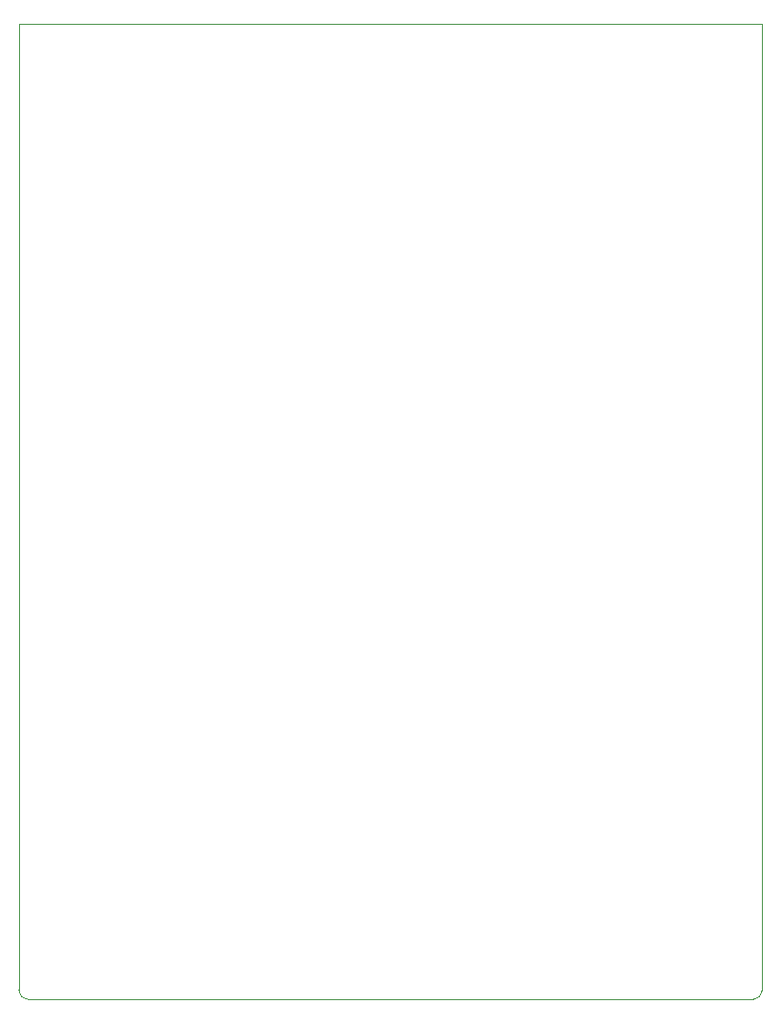
<source format=gbr>
%TF.GenerationSoftware,KiCad,Pcbnew,9.0.5*%
%TF.CreationDate,2026-01-12T16:44:52+01:00*%
%TF.ProjectId,ZumoComSystem,5a756d6f-436f-46d5-9379-7374656d2e6b,V1.2*%
%TF.SameCoordinates,Original*%
%TF.FileFunction,Profile,NP*%
%FSLAX45Y45*%
G04 Gerber Fmt 4.5, Leading zero omitted, Abs format (unit mm)*
G04 Created by KiCad (PCBNEW 9.0.5) date 2026-01-12 16:44:52*
%MOMM*%
%LPD*%
G01*
G04 APERTURE LIST*
%TA.AperFunction,Profile*%
%ADD10C,0.050000*%
%TD*%
G04 APERTURE END LIST*
D10*
X18000000Y-14370000D02*
X18000000Y-5800000D01*
X11480000Y-14450000D02*
X17920000Y-14450000D01*
X11400000Y-5800000D02*
X18000000Y-5800000D01*
X18000000Y-14370000D02*
G75*
G02*
X17920000Y-14450000I-80000J0D01*
G01*
X11400000Y-5800000D02*
X11400000Y-14370000D01*
X11480000Y-14450000D02*
G75*
G02*
X11400000Y-14370000I0J80000D01*
G01*
M02*

</source>
